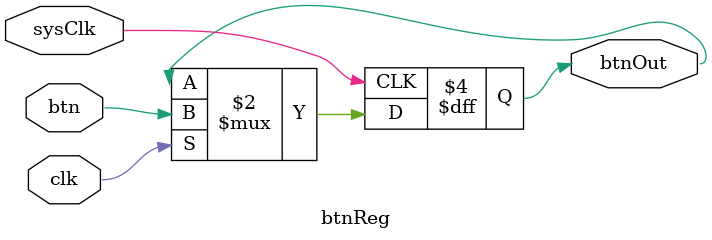
<source format=sv>
`timescale 1ns / 1ps
/* GOAL: Create a design that takes an input and pushes it to output when clocked.
 *
 * sysClk is the clock created from the Blackboard FPGA, and clk is a slow clock from a clock
 *      divider
 * btn is the input to push to btnOut
 *
 * Created by: MorphoCH22
 * Board used: RealDigital Blackboard (Xilinx XC7007S ZYNQ)
 */

module btnReg(
        input btn, sysClk, clk,
        output reg btnOut
    );
     
always @(posedge(sysClk)) begin
    if (clk)
        btnOut <= btn;
end 
endmodule
</source>
